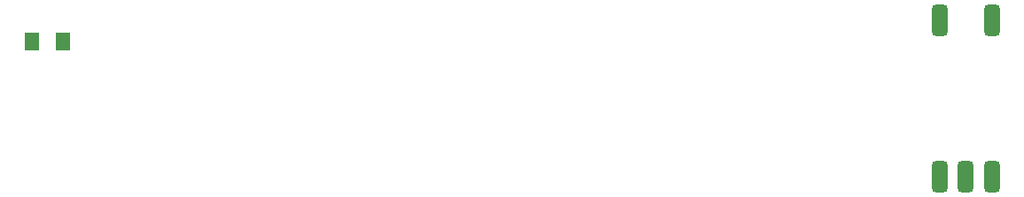
<source format=gbr>
G04 #@! TF.GenerationSoftware,KiCad,Pcbnew,8.0.1*
G04 #@! TF.CreationDate,2024-07-09T16:40:46+03:00*
G04 #@! TF.ProjectId,UA-1_v2,55412d31-5f76-4322-9e6b-696361645f70,rev?*
G04 #@! TF.SameCoordinates,Original*
G04 #@! TF.FileFunction,Paste,Top*
G04 #@! TF.FilePolarity,Positive*
%FSLAX46Y46*%
G04 Gerber Fmt 4.6, Leading zero omitted, Abs format (unit mm)*
G04 Created by KiCad (PCBNEW 8.0.1) date 2024-07-09 16:40:46*
%MOMM*%
%LPD*%
G01*
G04 APERTURE LIST*
G04 Aperture macros list*
%AMRoundRect*
0 Rectangle with rounded corners*
0 $1 Rounding radius*
0 $2 $3 $4 $5 $6 $7 $8 $9 X,Y pos of 4 corners*
0 Add a 4 corners polygon primitive as box body*
4,1,4,$2,$3,$4,$5,$6,$7,$8,$9,$2,$3,0*
0 Add four circle primitives for the rounded corners*
1,1,$1+$1,$2,$3*
1,1,$1+$1,$4,$5*
1,1,$1+$1,$6,$7*
1,1,$1+$1,$8,$9*
0 Add four rect primitives between the rounded corners*
20,1,$1+$1,$2,$3,$4,$5,0*
20,1,$1+$1,$4,$5,$6,$7,0*
20,1,$1+$1,$6,$7,$8,$9,0*
20,1,$1+$1,$8,$9,$2,$3,0*%
G04 Aperture macros list end*
%ADD10RoundRect,0.250001X0.462499X0.624999X-0.462499X0.624999X-0.462499X-0.624999X0.462499X-0.624999X0*%
%ADD11RoundRect,0.375000X-0.375000X-1.125000X0.375000X-1.125000X0.375000X1.125000X-0.375000X1.125000X0*%
G04 APERTURE END LIST*
D10*
X102487500Y-42750000D03*
X99512500Y-42750000D03*
D11*
X186200000Y-55700000D03*
X188700000Y-55700000D03*
X191200000Y-55700000D03*
X191200000Y-40700000D03*
X186200000Y-40700000D03*
M02*

</source>
